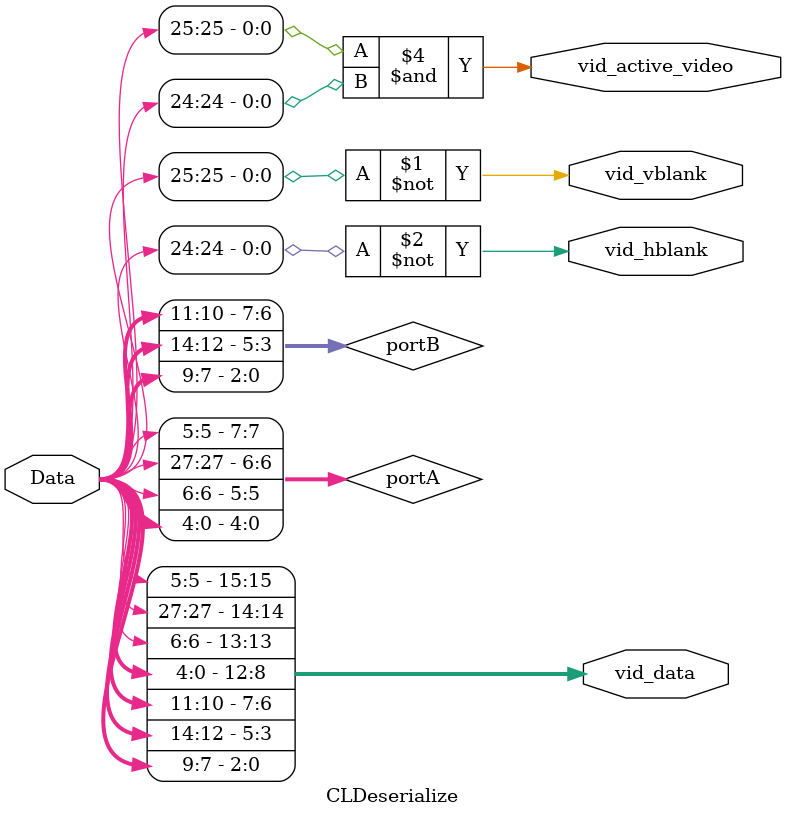
<source format=v>
module CLDeserialize #(
    parameter VID_DATA_SIZE  = 16
)(
    Data,

    vid_active_video,
    vid_data,
    vid_hblank,
    vid_vblank
);

    input [27:0]  Data; 

    output vid_active_video;
    output [VID_DATA_SIZE-1:0] vid_data;
    output vid_hblank;
    output vid_vblank;

    assign vid_vblank = ~Data[25]; // fval
	assign vid_hblank = ~Data[24]; // lval
	assign vid_active_video = Data[25] & ~vid_hblank;

    wire [7:0] portA = { Data[5], Data[27], Data[6], Data[4], Data[3], Data[2], Data[1], Data[0] };
    wire [7:0] portB = { Data[11], Data[10], Data[14], Data[13], Data[12], Data[9], Data[8], Data[7] };

    assign vid_data = { portA, portB };
    
endmodule
</source>
